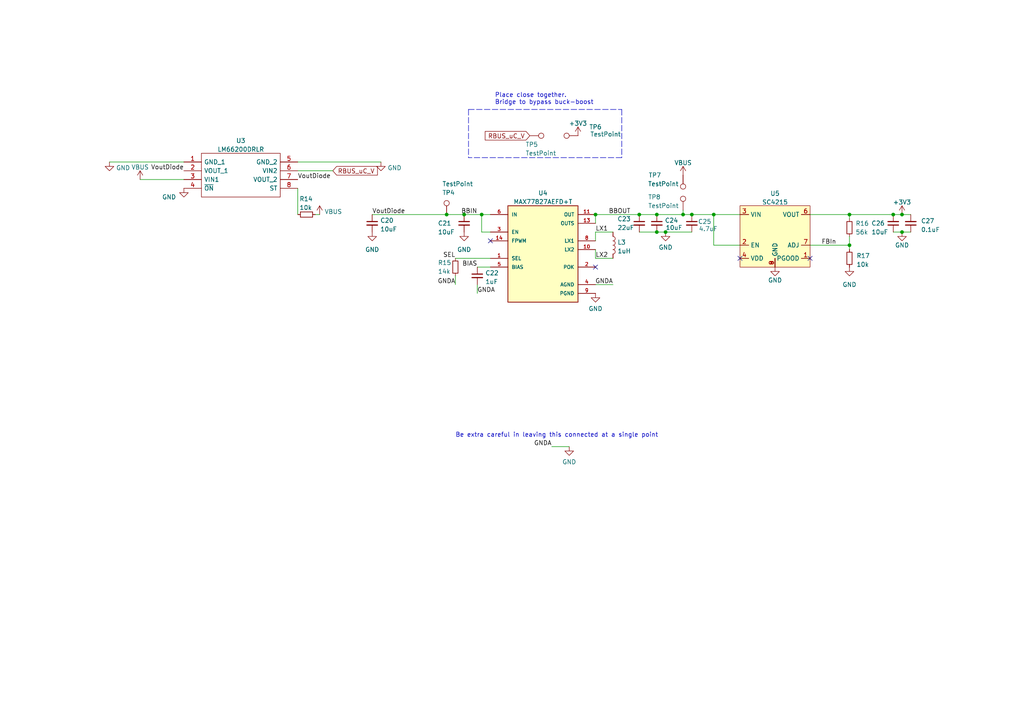
<source format=kicad_sch>
(kicad_sch (version 20211123) (generator eeschema)
  (paper "A4")
  (lib_symbols
    (symbol "Connector:TestPoint" (pin_numbers hide) (pin_names (offset 0.762) hide)
      (property "Reference" "TP" (at 0 6.858 0))
      (property "Value" "TestPoint" (at 0 5.08 0))
      (symbol "TestPoint_0_1"
        (circle (center 0 3.302) (radius 0.762))
      )
      (symbol "TestPoint_1_1"
        (pin passive line (at 0 0 90) (length 2.54) (name "1") (number "1"))
      )
    )
    (symbol "Device:C_Small" (pin_numbers hide) (pin_names (offset 0.254) hide)
      (property "Reference" "C" (at 0.254 1.778 0))
      (property "Value" "C_Small" (at 0.254 -2.032 0))
      (symbol "C_Small_0_1"
        (polyline (pts (xy -1.524 -0.508) (xy 1.524 -0.508)) (stroke (width 0.3302)))
        (polyline (pts (xy -1.524 0.508) (xy 1.524 0.508)) (stroke (width 0.3048)))
      )
      (symbol "C_Small_1_1"
        (pin passive line (at 0 2.54 270) (length 2.032) (name "~") (number "1"))
        (pin passive line (at 0 -2.54 90) (length 2.032) (name "~") (number "2"))
      )
    )
    (symbol "Device:L" (pin_numbers hide) (pin_names (offset 1.016) hide)
      (property "Reference" "L" (at -1.27 0 90))
      (property "Value" "L" (at 1.905 0 90))
      (symbol "L_0_1"
        (arc (start 0 -2.54) (mid 0.635 -1.905) (end 0 -1.27))
        (arc (start 0 -1.27) (mid 0.635 -0.635) (end 0 0))
        (arc (start 0 0) (mid 0.635 0.635) (end 0 1.27))
        (arc (start 0 1.27) (mid 0.635 1.905) (end 0 2.54))
      )
      (symbol "L_1_1"
        (pin passive line (at 0 3.81 270) (length 1.27) (name "1") (number "1"))
        (pin passive line (at 0 -3.81 90) (length 1.27) (name "2") (number "2"))
      )
    )
    (symbol "Device:R_Small" (pin_numbers hide) (pin_names (offset 0.254) hide)
      (property "Reference" "R" (at 0.762 0.508 0))
      (property "Value" "R_Small" (at 0.762 -1.016 0))
      (symbol "R_Small_0_1"
        (rectangle (start -0.762 1.778) (end 0.762 -1.778) (stroke (width 0.2032)))
      )
      (symbol "R_Small_1_1"
        (pin passive line (at 0 2.54 270) (length 0.762) (name "~") (number "1"))
        (pin passive line (at 0 -2.54 90) (length 0.762) (name "~") (number "2"))
      )
    )
    (symbol "iclr:LM66200DRLR" (pin_names (offset 0.762))
      (property "Reference" "U" (at 29.21 7.62 0))
      (property "Value" "LM66200DRLR" (at 29.21 5.08 0))
      (symbol "LM66200DRLR_0_0"
        (pin passive line (at 0 0 0) (length 5.08) (name "GND_1") (number "1"))
        (pin passive line (at 0 -2.54 0) (length 5.08) (name "VOUT_1") (number "2"))
        (pin passive line (at 0 -5.08 0) (length 5.08) (name "VIN1") (number "3"))
        (pin passive line (at 0 -7.62 0) (length 5.08) (name "~{ON}") (number "4"))
        (pin passive line (at 33.02 0 180) (length 5.08) (name "GND_2") (number "5"))
        (pin passive line (at 33.02 -2.54 180) (length 5.08) (name "VIN2") (number "6"))
        (pin passive line (at 33.02 -5.08 180) (length 5.08) (name "VOUT_2") (number "7"))
        (pin passive line (at 33.02 -7.62 180) (length 5.08) (name "ST") (number "8"))
      )
      (symbol "LM66200DRLR_0_1"
        (polyline (pts (xy 5.08 2.54) (xy 27.94 2.54) (xy 27.94 -10.16) (xy 5.08 -10.16) (xy 5.08 2.54)) (stroke (width 0.1524)))
      )
    )
    (symbol "iclr:MAX77827AEFD+T" (pin_names (offset 1.016))
      (property "Reference" "U?" (at -10.16 13.208 0))
      (property "Value" "MAX77827AEFD+T" (at -10.16 -17.78 0))
      (symbol "MAX77827AEFD+T_0_0"
        (rectangle (start -10.16 -15.24) (end 10.16 12.7) (stroke (width 0.254)) (fill (type background)))
        (pin passive line (at -15.24 -2.54 0) (length 5.08) (name "SEL") (number "1"))
        (pin passive line (at 15.24 0 180) (length 5.08) (name "LX2") (number "10"))
        (pin output line (at 15.24 10.16 180) (length 5.08) (name "OUT") (number "11"))
        (pin input line (at 15.24 7.62 180) (length 5.08) (name "OUTS") (number "13"))
        (pin input line (at -15.24 2.54 0) (length 5.08) (name "FPWM") (number "14"))
        (pin output line (at 15.24 -5.08 180) (length 5.08) (name "POK") (number "2"))
        (pin input line (at -15.24 5.08 0) (length 5.08) (name "EN") (number "3"))
        (pin power_in line (at 15.24 -10.16 180) (length 5.08) (name "AGND") (number "4"))
        (pin passive line (at -15.24 -5.08 0) (length 5.08) (name "BIAS") (number "5"))
        (pin input line (at -15.24 10.16 0) (length 5.08) (name "IN") (number "6"))
        (pin passive line (at 15.24 2.54 180) (length 5.08) (name "LX1") (number "8"))
        (pin power_in line (at 15.24 -12.7 180) (length 5.08) (name "PGND") (number "9"))
      )
    )
    (symbol "iclr:RT9025-25GSP"
      (property "Reference" "U6" (at 0 4.8428 0))
      (property "Value" "RT9025-25GSP" (at 0 2.3059 0))
      (symbol "RT9025-25GSP_1_1"
        (rectangle (start -10.16 1.27) (end 10.16 -16.51) (fill (type background)))
        (pin output line (at 10.16 -13.97 180) (length 2.54) (name "PGOOD") (number "1"))
        (pin input line (at -10.16 -10.16 0) (length 2.54) (name "EN") (number "2"))
        (pin input line (at -10.16 -1.27 0) (length 2.54) (name "VIN") (number "3"))
        (pin input line (at -10.16 -13.97 0) (length 2.54) (name "VDD") (number "4"))
        (pin output line (at 10.16 -1.27 180) (length 2.54) (name "VOUT") (number "6"))
        (pin input line (at 10.16 -10.16 180) (length 2.54) (name "ADJ") (number "7"))
        (pin input line (at 0 -16.51 90) (length 2.54) (name "GND") (number "8"))
        (pin input line (at 0 -16.51 90) (length 2.54) (name "GND") (number "9"))
      )
    )
    (symbol "power:+3.3V" (power) (pin_names (offset 0))
      (property "Value" "+3.3V" (at 0 3.556 0))
      (symbol "+3.3V_0_1"
        (polyline (pts (xy -0.762 1.27) (xy 0 2.54)))
        (polyline (pts (xy 0 0) (xy 0 2.54)))
        (polyline (pts (xy 0 2.54) (xy 0.762 1.27)))
      )
      (symbol "+3.3V_1_1"
        (pin power_in line (at 0 0 90) (length 0) hide (name "+3V3") (number "1"))
      )
    )
    (symbol "power:GND" (power) (pin_names (offset 0))
      (property "Value" "GND" (at 0 -3.81 0))
      (symbol "GND_0_1"
        (polyline (pts (xy 0 0) (xy 0 -1.27) (xy 1.27 -1.27) (xy 0 -2.54) (xy -1.27 -1.27) (xy 0 -1.27)))
      )
      (symbol "GND_1_1"
        (pin power_in line (at 0 0 270) (length 0) hide (name "GND") (number "1"))
      )
    )
    (symbol "power:VBUS" (power) (pin_names (offset 0))
      (property "Value" "VBUS" (at 0 3.81 0))
      (symbol "VBUS_0_1"
        (polyline (pts (xy -0.762 1.27) (xy 0 2.54)))
        (polyline (pts (xy 0 0) (xy 0 2.54)))
        (polyline (pts (xy 0 2.54) (xy 0.762 1.27)))
      )
      (symbol "VBUS_1_1"
        (pin power_in line (at 0 0 90) (length 0) hide (name "VBUS") (number "1"))
      )
    )
  )
  (junction (at 185.42 62.23))
  (junction (at 261.62 67.31))
  (junction (at 198.12 62.23))
  (junction (at 134.62 62.23))
  (junction (at 246.38 71.12))
  (junction (at 261.62 62.23))
  (junction (at 200.66 62.23))
  (junction (at 193.04 67.31))
  (junction (at 259.08 62.23))
  (junction (at 139.7 62.23))
  (junction (at 129.54 62.23))
  (junction (at 190.5 62.23))
  (junction (at 172.72 62.23))
  (junction (at 190.5 67.31))
  (junction (at 207.01 62.23))
  (junction (at 246.38 62.23))
  (no_connect (at 172.72 77.47))
  (no_connect (at 142.24 69.85))
  (no_connect (at 234.95 74.93))
  (no_connect (at 214.63 74.93))
  (wire (pts (xy 172.72 74.93) (xy 172.72 72.39)))
  (wire (pts (xy 207.01 62.23) (xy 207.01 71.12)))
  (wire (pts (xy 172.72 62.23) (xy 185.42 62.23)))
  (wire (pts (xy 139.7 62.23) (xy 142.24 62.23)))
  (wire (pts (xy 246.38 71.12) (xy 246.38 72.39)))
  (wire (pts (xy 193.04 67.31) (xy 190.5 67.31)))
  (wire (pts (xy 132.08 82.55) (xy 132.08 80.01)))
  (polyline (pts (xy 135.89 31.75) (xy 180.34 31.75)))
  (wire (pts (xy 172.72 82.55) (xy 177.8 82.55)))
  (wire (pts (xy 261.62 62.23) (xy 259.08 62.23)))
  (wire (pts (xy 86.36 62.23) (xy 86.36 54.61)))
  (wire (pts (xy 138.43 85.09) (xy 138.43 82.55)))
  (wire (pts (xy 92.71 62.23) (xy 91.44 62.23)))
  (wire (pts (xy 198.12 60.96) (xy 198.12 62.23)))
  (wire (pts (xy 134.62 62.23) (xy 139.7 62.23)))
  (wire (pts (xy 172.72 64.77) (xy 172.72 62.23)))
  (wire (pts (xy 246.38 62.23) (xy 259.08 62.23)))
  (wire (pts (xy 261.62 62.23) (xy 264.16 62.23)))
  (wire (pts (xy 246.38 68.58) (xy 246.38 71.12)))
  (polyline (pts (xy 135.89 31.75) (xy 135.89 45.72)))
  (wire (pts (xy 172.72 69.85) (xy 172.72 67.31)))
  (wire (pts (xy 234.95 71.12) (xy 246.38 71.12)))
  (wire (pts (xy 185.42 62.23) (xy 190.5 62.23)))
  (wire (pts (xy 177.8 74.93) (xy 172.72 74.93)))
  (wire (pts (xy 198.12 62.23) (xy 200.66 62.23)))
  (wire (pts (xy 259.08 67.31) (xy 261.62 67.31)))
  (wire (pts (xy 40.64 52.07) (xy 53.34 52.07)))
  (wire (pts (xy 132.08 74.93) (xy 142.24 74.93)))
  (polyline (pts (xy 180.34 31.75) (xy 180.34 45.72)))
  (wire (pts (xy 261.62 67.31) (xy 264.16 67.31)))
  (wire (pts (xy 200.66 62.23) (xy 207.01 62.23)))
  (wire (pts (xy 185.42 67.31) (xy 190.5 67.31)))
  (wire (pts (xy 96.52 49.53) (xy 86.36 49.53)))
  (wire (pts (xy 193.04 67.31) (xy 200.66 67.31)))
  (wire (pts (xy 234.95 62.23) (xy 246.38 62.23)))
  (wire (pts (xy 207.01 62.23) (xy 214.63 62.23)))
  (wire (pts (xy 190.5 62.23) (xy 198.12 62.23)))
  (wire (pts (xy 160.02 129.54) (xy 165.1 129.54)))
  (wire (pts (xy 129.54 62.23) (xy 134.62 62.23)))
  (wire (pts (xy 139.7 62.23) (xy 139.7 67.31)))
  (wire (pts (xy 31.75 46.99) (xy 53.34 46.99)))
  (wire (pts (xy 110.49 46.99) (xy 86.36 46.99)))
  (wire (pts (xy 139.7 67.31) (xy 142.24 67.31)))
  (polyline (pts (xy 180.34 45.72) (xy 135.89 45.72)))
  (wire (pts (xy 107.95 62.23) (xy 129.54 62.23)))
  (wire (pts (xy 246.38 62.23) (xy 246.38 63.5)))
  (wire (pts (xy 207.01 71.12) (xy 214.63 71.12)))
  (wire (pts (xy 138.43 77.47) (xy 142.24 77.47)))
  (wire (pts (xy 172.72 67.31) (xy 177.8 67.31)))
  (text "Place close together.\nBridge to bypass buck-boost\n" (at 143.51 30.48 0) (effects (font (size 1.27 1.27)) (justify left bottom)))
  (text "Be extra careful in leaving this connected at a single point\n" (at 132.08 127 0) (effects (font (size 1.27 1.27)) (justify left bottom)))
  (label "BBIN" (at 138.43 62.23 180))
  (label "GNDA" (at 132.08 82.55 180))
  (label "VoutDiode" (at 107.95 62.23 0))
  (label "BIAS" (at 138.43 77.47 180))
  (label "VoutDiode" (at 86.36 52.07 0))
  (label "LX2" (at 172.72 74.93 0))
  (label "LX1" (at 172.72 67.31 0))
  (label "GNDA" (at 177.8 82.55 180))
  (label "GNDA" (at 160.02 129.54 180))
  (label "SEL" (at 132.08 74.93 180))
  (label "GNDA" (at 138.43 85.09 0))
  (label "VoutDiode" (at 53.34 49.53 180))
  (label "FBIn" (at 242.57 71.12 180))
  (label "BBOUT" (at 176.53 62.23 0))
  (global_label "RBUS_uC_V" (shape input) (at 153.67 39.37 180) (property "Intersheet References" "${INTERSHEET_REFS}" (effects hide)))
  (global_label "RBUS_uC_V" (shape input) (at 96.52 49.53 0) (property "Intersheet References" "${INTERSHEET_REFS}" (effects hide)))
  (symbol (lib_id "Connector:TestPoint") (at 167.64 39.37 90) (unit 1)
    (property "Reference" "TP6" (at 172.72 36.83 90))
    (property "Value" "TestPoint" (at 175.641 38.9316 90))
    (property "Footprint" "TestPoint:TestPoint_Pad_D1.5mm" (effects hide))
  )
  (symbol (lib_id "iclr:LM66200DRLR") (at 53.34 46.99 0) (unit 1)
    (property "Reference" "U3" (at 69.85 40.801 0))
    (property "Value" "LM66200DRLR" (at 69.85 43.3379 0))
    (property "Footprint" "iclr:SOTFL50P160X60-8N" (effects hide))
    (property "Datasheet" "https://www.ti.com/lit/gpn/lm66200" (effects hide))
    (property "Description" "1.6-V to 5.5-V, 40-m, 2.5-A, low-IQ, dual ideal diode" (effects hide))
    (property "Height" "0.6" (effects hide))
    (property "Manufacturer_Name" "Texas Instruments" (effects hide))
    (property "Manufacturer_Part_Number" "LM66200DRLR" (effects hide))
    (property "Mouser Part Number" "595-LM66200DRLR" (effects hide))
    (property "Mouser Price/Stock" "https://www.mouser.co.uk/ProductDetail/Texas-Instruments/LM66200DRLR?qs=Rp5uXu7WBW90hnpZAkIOdQ%3D%3D" (effects hide))
    (property "Arrow Part Number" "LM66200DRLR" (effects hide))
    (property "Arrow Price/Stock" "https://www.arrow.com/en/products/lm66200drlr/texas-instruments?region=nac" (effects hide))
  )
  (symbol (lib_id "power:GND") (at 246.38 77.47 0) (unit 1)
    (property "Reference" "#PWR054" (effects hide))
    (property "Value" "GND" (at 246.38 82.55 0))
  )
  (symbol (lib_id "Device:C_Small") (at 185.42 64.77 0) (unit 1)
    (property "Reference" "C23" (at 179.07 63.5031 0) (effects (justify left)))
    (property "Value" "22uF" (at 179.07 66.04 0) (effects (justify left)))
    (property "Footprint" "Capacitor_SMD:C_0603_1608Metric" (effects hide))
  )
  (symbol (lib_id "power:+3.3V") (at 261.62 62.23 0) (unit 1)
    (property "Reference" "#PWR055" (effects hide))
    (property "Value" "+3.3V" (at 261.62 58.6542 0))
  )
  (symbol (lib_id "power:VBUS") (at 40.64 52.07 0) (unit 1)
    (property "Reference" "#PWR042" (effects hide))
    (property "Value" "VBUS" (at 40.64 48.4942 0))
  )
  (symbol (lib_id "power:VBUS") (at 92.71 62.23 0) (unit 1)
    (property "Reference" "#PWR044" (effects hide))
    (property "Value" "VBUS" (at 94.107 61.3938 0) (effects (justify left)))
  )
  (symbol (lib_id "power:GND") (at 134.62 67.31 0) (unit 1)
    (property "Reference" "#PWR047" (effects hide))
    (property "Value" "GND" (at 134.62 72.39 0))
  )
  (symbol (lib_id "Device:L") (at 177.8 71.12 0) (unit 1)
    (property "Reference" "L3" (at 179.07 70.2853 0) (effects (justify left)))
    (property "Value" "1uH" (at 179.07 72.8222 0) (effects (justify left)))
    (property "Footprint" "Inductor_SMD:L_0805_2012Metric" (effects hide))
  )
  (symbol (lib_id "power:+3.3V") (at 167.64 39.37 0) (unit 1)
    (property "Reference" "#PWR049" (effects hide))
    (property "Value" "+3.3V" (at 167.64 35.7942 0))
  )
  (symbol (lib_id "Device:C_Small") (at 134.62 64.77 0) (unit 1)
    (property "Reference" "C21" (at 127 64.77 0) (effects (justify left)))
    (property "Value" "10uF" (at 127 67.3069 0) (effects (justify left)))
    (property "Footprint" "Capacitor_SMD:C_0603_1608Metric" (effects hide))
  )
  (symbol (lib_id "power:GND") (at 107.95 67.31 0) (unit 1)
    (property "Reference" "#PWR045" (effects hide))
    (property "Value" "GND" (at 107.95 72.39 0))
  )
  (symbol (lib_id "power:GND") (at 31.75 46.99 0) (unit 1)
    (property "Reference" "#PWR041" (effects hide))
    (property "Value" "GND" (at 33.655 48.6938 0) (effects (justify left)))
  )
  (symbol (lib_id "Device:C_Small") (at 264.16 64.77 180) (unit 1)
    (property "Reference" "C27" (at 267.1183 64.0754 0) (effects (justify right)))
    (property "Value" "0.1uF" (at 267.1183 66.6154 0) (effects (justify right)))
    (property "Footprint" "Capacitor_SMD:C_0402_1005Metric" (effects hide))
  )
  (symbol (lib_id "Device:R_Small") (at 246.38 74.93 0) (unit 1)
    (property "Reference" "R17" (at 248.394 74.1797 0) (effects (justify left)))
    (property "Value" "10k" (at 248.394 76.7197 0) (effects (justify left)))
    (property "Footprint" "Resistor_SMD:R_0402_1005Metric" (effects hide))
  )
  (symbol (lib_id "Connector:TestPoint") (at 129.54 62.23 0) (unit 1)
    (property "Reference" "TP4" (at 128.27 55.88 0) (effects (justify left)))
    (property "Value" "TestPoint" (at 128.27 53.3431 0) (effects (justify left)))
    (property "Footprint" "TestPoint:TestPoint_Pad_D1.5mm" (effects hide))
  )
  (symbol (lib_id "Device:C_Small") (at 190.5 64.77 0) (unit 1)
    (property "Reference" "C24" (at 192.8241 63.9416 0) (effects (justify left)))
    (property "Value" "10uF" (at 193.04 66.04 0) (effects (justify left)))
    (property "Footprint" "Capacitor_SMD:C_0402_1005Metric" (effects hide))
  )
  (symbol (lib_id "power:GND") (at 193.04 67.31 0) (unit 1)
    (property "Reference" "#PWR051" (effects hide))
    (property "Value" "GND" (at 193.04 71.7534 0))
  )
  (symbol (lib_id "Device:R_Small") (at 88.9 62.23 270) (unit 1)
    (property "Reference" "R14" (at 86.8311 57.6879 90) (effects (justify left)))
    (property "Value" "10k" (at 86.8311 60.2279 90) (effects (justify left)))
    (property "Footprint" "Resistor_SMD:R_0402_1005Metric" (effects hide))
  )
  (symbol (lib_id "Device:R_Small") (at 132.08 77.47 0) (unit 1)
    (property "Reference" "R15" (at 127 76.2 0) (effects (justify left)))
    (property "Value" "14k" (at 127 78.7369 0) (effects (justify left)))
    (property "Footprint" "Resistor_SMD:R_0402_1005Metric" (effects hide))
  )
  (symbol (lib_id "power:GND") (at 261.62 67.31 0) (unit 1)
    (property "Reference" "#PWR056" (effects hide))
    (property "Value" "GND" (at 261.62 71.12 0))
  )
  (symbol (lib_id "Device:C_Small") (at 138.43 80.01 0) (unit 1)
    (property "Reference" "C22" (at 140.7541 79.1816 0) (effects (justify left)))
    (property "Value" "1uF" (at 140.7541 81.7185 0) (effects (justify left)))
    (property "Footprint" "Capacitor_SMD:C_0402_1005Metric" (effects hide))
  )
  (symbol (lib_id "power:GND") (at 165.1 129.54 0) (unit 1)
    (property "Reference" "#PWR048" (effects hide))
    (property "Value" "GND" (at 165.1 133.9834 0))
  )
  (symbol (lib_id "power:GND") (at 172.72 85.09 0) (unit 1)
    (property "Reference" "#PWR050" (effects hide))
    (property "Value" "GND" (at 172.72 89.5334 0))
  )
  (symbol (lib_id "power:VBUS") (at 198.12 50.8 0) (unit 1)
    (property "Reference" "#PWR052" (effects hide))
    (property "Value" "VBUS" (at 198.12 47.2242 0))
  )
  (symbol (lib_id "power:GND") (at 110.49 46.99 0) (unit 1)
    (property "Reference" "#PWR046" (effects hide))
    (property "Value" "GND" (at 112.395 48.6938 0) (effects (justify left)))
  )
  (symbol (lib_id "Connector:TestPoint") (at 153.67 39.37 270) (unit 1)
    (property "Reference" "TP5" (at 152.4 41.91 90) (effects (justify left)))
    (property "Value" "TestPoint" (at 152.4 44.4469 90) (effects (justify left)))
    (property "Footprint" "TestPoint:TestPoint_Pad_D1.5mm" (effects hide))
  )
  (symbol (lib_id "power:GND") (at 53.34 54.61 0) (unit 1)
    (property "Reference" "#PWR043" (effects hide))
    (property "Value" "GND" (at 46.99 57.15 0) (effects (justify left)))
  )
  (symbol (lib_id "power:GND") (at 224.79 77.47 0) (unit 1)
    (property "Reference" "#PWR053" (effects hide))
    (property "Value" "GND" (at 224.79 81.28 0))
  )
  (symbol (lib_id "iclr:MAX77827AEFD+T") (at 157.48 72.39 0) (unit 1)
    (property "Reference" "U4" (at 157.48 55.9902 0))
    (property "Value" "MAX77827AEFD+T" (at 157.48 58.5271 0))
    (property "Footprint" "iclr:CONV_MAX77827AEFD+T" (effects hide))
    (property "MANUFACTURER" "Maxim Integrated" (effects hide))
    (property "MAXIMUM_PACKAGE_HEIGHT" "0.6mm" (effects hide))
    (property "PARTREV" "B" (effects hide))
    (property "STANDARD" "Manufacturer Recommended" (effects hide))
  )
  (symbol (lib_id "Device:C_Small") (at 259.08 64.77 180) (unit 1)
    (property "Reference" "C26" (at 252.73 64.77 0) (effects (justify right)))
    (property "Value" "10uF" (at 252.73 67.31 0) (effects (justify right)))
    (property "Footprint" "Capacitor_SMD:C_0402_1005Metric" (effects hide))
  )
  (symbol (lib_id "Device:C_Small") (at 107.95 64.77 0) (unit 1)
    (property "Reference" "C20" (at 110.2741 63.9416 0) (effects (justify left)))
    (property "Value" "10uF" (at 110.2741 66.4785 0) (effects (justify left)))
    (property "Footprint" "Capacitor_SMD:C_0402_1005Metric" (effects hide))
  )
  (symbol (lib_id "Device:R_Small") (at 246.38 66.04 0) (unit 1)
    (property "Reference" "R16" (at 248.1367 64.8105 0) (effects (justify left)))
    (property "Value" "56k" (at 248.1367 67.3505 0) (effects (justify left)))
    (property "Footprint" "Resistor_SMD:R_0402_1005Metric" (effects hide))
  )
  (symbol (lib_id "Device:C_Small") (at 200.66 64.77 0) (unit 1)
    (property "Reference" "C25" (at 202.4436 64.2768 0) (effects (justify left)))
    (property "Value" "4.7uF" (at 202.6595 66.3752 0) (effects (justify left)))
    (property "Footprint" "Capacitor_SMD:C_0402_1005Metric" (effects hide))
  )
  (symbol (lib_id "Connector:TestPoint") (at 198.12 50.8 180) (unit 1)
    (property "Reference" "TP7" (at 191.77 50.8 0) (effects (justify left)))
    (property "Value" "TestPoint" (at 196.85 53.3369 0) (effects (justify left)))
    (property "Footprint" "TestPoint:TestPoint_Pad_D1.5mm" (effects hide))
  )
  (symbol (lib_id "iclr:RT9025-25GSP") (at 224.79 60.96 0) (unit 1)
    (property "Reference" "U5" (at 224.79 56.1172 0))
    (property "Value" "SC4215" (at 224.79 58.6541 0))
    (property "Footprint" "iclr:SOIC127P599X175-9N" (effects hide))
  )
  (symbol (lib_id "Connector:TestPoint") (at 198.12 60.96 0) (unit 1)
    (property "Reference" "TP8" (at 187.96 57.15 0) (effects (justify left)))
    (property "Value" "TestPoint" (at 187.96 59.6869 0) (effects (justify left)))
    (property "Footprint" "TestPoint:TestPoint_Pad_D1.5mm" (effects hide))
  )
)
</source>
